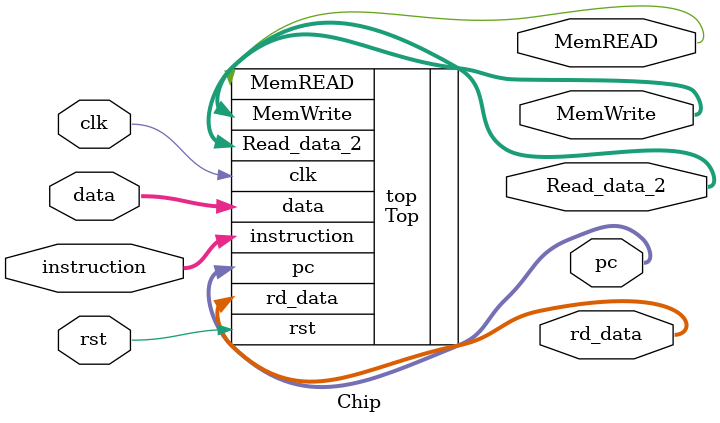
<source format=v>
`include "Top.v"

module Chip(
    input clk,
    input rst,
    input [31:0] data,
    input [31:0] instruction,
    output [31:0] pc,
    output [31:0] rd_data,
    output [31:0] Read_data_2,
    output MemREAD,
    output [1:0]MemWrite
);

    Top top(
        .clk(clk),
        .rst(rst),
        .data(data),
        .instruction(instruction),
        .pc(pc),
        .rd_data(rd_data),
        .Read_data_2(Read_data_2),
        .MemREAD(MemREAD),
        .MemWrite(MemWrite)
    );
    
endmodule
</source>
